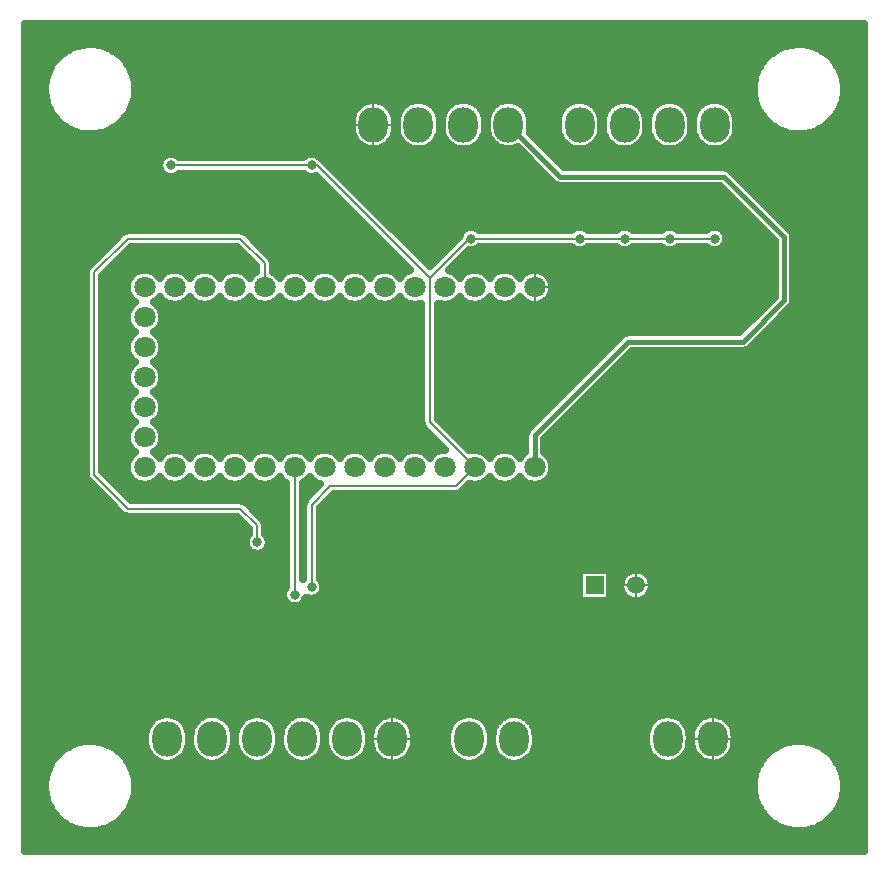
<source format=gbr>
%TF.GenerationSoftware,Novarm,DipTrace,3.3.1.3*%
%TF.CreationDate,2020-07-03T15:38:02+00:00*%
%FSLAX35Y35*%
%MOMM*%
%TF.FileFunction,Copper,L2,Bot*%
%TF.Part,Single*%
%TA.AperFunction,Conductor*%
%ADD15C,0.4*%
%TA.AperFunction,ViaPad*%
%ADD16C,0.8*%
%TA.AperFunction,Conductor*%
%ADD17C,0.2*%
%TA.AperFunction,CopperBalancing*%
%ADD20C,0.635*%
%TA.AperFunction,ComponentPad*%
%ADD23R,1.5X1.5*%
%ADD24C,1.5*%
%ADD31O,2.5X3.0*%
%ADD34C,1.8*%
%TA.AperFunction,CopperBalancing*%
%ADD63C,0.2*%
G75*
G01*
%LPD*%
X3905250Y3349623D2*
D17*
X3746503Y3190877D1*
X2682880D1*
X2524127Y3032123D1*
Y2333623D1*
X1333500Y5905500D2*
X2571750D1*
X3524250Y4953000D1*
Y3730623D1*
X3905250Y3349623D1*
X3524250Y4953000D2*
X3857623Y5286373D1*
X4794253D1*
X5175250D1*
X5556253D1*
X5937250D1*
X3873500D2*
X3857623D1*
X2524127Y5905500D2*
X2571750D1*
X2381250Y3349623D2*
Y2270123D1*
X2063750Y2714627D2*
Y2857500D1*
X1920873Y3000377D1*
X968373D1*
X682623Y3286127D1*
Y5000620D1*
X968377Y5286373D1*
X1920877D1*
X2127250Y5080000D1*
Y4873623D1*
X4413250Y3349623D2*
D15*
Y3619500D1*
X5207000Y4413250D1*
X6175373D1*
X6524627Y4762500D1*
Y5302250D1*
X6016627Y5810250D1*
X4630750D1*
X4191000Y6250000D1*
D16*
X2063750Y2714627D3*
X2524127Y2333623D3*
X2381250Y2270123D3*
X1333500Y5905500D3*
X4794253Y5286373D3*
X5175250D3*
X5556253D3*
X5937250D3*
X3873500D3*
X2524127Y5905500D3*
X3063873Y2413000D3*
X3190877D3*
Y2301877D3*
X3063873Y2301873D3*
Y2190750D3*
X3190877D3*
X3317875Y2873375D3*
X2936875D3*
X2270127Y1714500D3*
X190500Y5349877D3*
X206373Y4143377D3*
Y2921000D3*
Y1460500D3*
X7096123Y5778500D3*
Y4492627D3*
X7096127Y2127250D3*
Y1031873D3*
X2936875Y1698625D3*
X3317875Y1714500D3*
X5429250Y3968750D3*
X6254750Y2809873D3*
X6080127Y2984500D3*
X3111500Y4333877D3*
X4016373Y4572000D3*
X4794250Y4841873D3*
X5175250D3*
X5572127D3*
X4238627Y2889250D3*
X4762500Y3302000D3*
X4445000Y2635250D3*
X1778000Y4460877D3*
Y3746500D3*
X2936875Y1936750D3*
X3127375D3*
X3317875D3*
X2936875Y2635250D3*
X3127375D3*
X3317875D3*
X104146Y7039083D2*
D20*
X7195899D1*
X104146Y6975917D2*
X7195899D1*
X104146Y6912750D2*
X523659D1*
X776346D2*
X6523607D1*
X6776385D2*
X7195899D1*
X104146Y6849583D2*
X406537D1*
X893468D2*
X6406485D1*
X6893508D2*
X7195899D1*
X104146Y6786417D2*
X343464D1*
X956541D2*
X6343503D1*
X6956489D2*
X7195899D1*
X104146Y6723250D2*
X303086D1*
X996919D2*
X6303125D1*
X6996867D2*
X7195899D1*
X104146Y6660083D2*
X277748D1*
X1022258D2*
X6277787D1*
X7022205D2*
X7195899D1*
X104146Y6596917D2*
X264440D1*
X1035565D2*
X6264479D1*
X7035513D2*
X7195899D1*
X104146Y6533750D2*
X261888D1*
X1038117D2*
X6261927D1*
X7038065D2*
X7195899D1*
X104146Y6470583D2*
X269909D1*
X1030096D2*
X6269948D1*
X7030044D2*
X7195899D1*
X104146Y6407417D2*
X289141D1*
X1010864D2*
X2913503D1*
X3182505D2*
X3294492D1*
X3563495D2*
X3675573D1*
X3944484D2*
X4056563D1*
X4325474D2*
X4659857D1*
X4928768D2*
X5040847D1*
X5309758D2*
X5421836D1*
X5690747D2*
X5802826D1*
X6071737D2*
X6289180D1*
X7010812D2*
X7195899D1*
X104146Y6344250D2*
X321680D1*
X978325D2*
X2870938D1*
X3225070D2*
X3251927D1*
X3606060D2*
X3632915D1*
X3987049D2*
X4013907D1*
X4368130D2*
X4617201D1*
X4971424D2*
X4998190D1*
X5352414D2*
X5379180D1*
X5733403D2*
X5760208D1*
X6114393D2*
X6321719D1*
X6978273D2*
X7195899D1*
X104146Y6281083D2*
X372266D1*
X927739D2*
X2857539D1*
X4381528D2*
X4603802D1*
X6127791D2*
X6372214D1*
X6927778D2*
X7195899D1*
X104146Y6217917D2*
X454662D1*
X845343D2*
X2857539D1*
X4381437D2*
X4603802D1*
X6127791D2*
X6454701D1*
X6845291D2*
X7195899D1*
X104146Y6154750D2*
X2871302D1*
X3224705D2*
X3252292D1*
X3605695D2*
X3633401D1*
X3986685D2*
X4014362D1*
X4404679D2*
X4617657D1*
X4970968D2*
X4998646D1*
X5351958D2*
X5379636D1*
X5732948D2*
X5760677D1*
X6113937D2*
X7195899D1*
X104146Y6091583D2*
X2914597D1*
X3181411D2*
X3295586D1*
X3562401D2*
X3676576D1*
X3943390D2*
X4057565D1*
X4467843D2*
X4660860D1*
X4927765D2*
X5041849D1*
X5308755D2*
X5422839D1*
X5689745D2*
X5803920D1*
X6070734D2*
X7195899D1*
X104146Y6028417D2*
X4294180D1*
X4531008D2*
X7195899D1*
X104146Y5965250D2*
X1247904D1*
X2613117D2*
X4357344D1*
X4594172D2*
X7195899D1*
X104146Y5902083D2*
X1227943D1*
X2679471D2*
X4420508D1*
X4657336D2*
X7195899D1*
X104146Y5838917D2*
X1253555D1*
X2742635D2*
X4483672D1*
X6106372D2*
X7195899D1*
X104146Y5775750D2*
X2597227D1*
X2805799D2*
X4546836D1*
X6169536D2*
X7195899D1*
X104146Y5712583D2*
X2660391D1*
X2868963D2*
X5995873D1*
X6232700D2*
X7195899D1*
X104146Y5649417D2*
X2723555D1*
X2932127D2*
X6059037D1*
X6295864D2*
X7195899D1*
X104146Y5586250D2*
X2786719D1*
X2995291D2*
X6122201D1*
X6359028D2*
X7195899D1*
X104146Y5523083D2*
X2849883D1*
X3058455D2*
X6185365D1*
X6422192D2*
X7195899D1*
X104146Y5459917D2*
X2913047D1*
X3121620D2*
X6248529D1*
X6485357D2*
X7195899D1*
X104146Y5396750D2*
X2976211D1*
X3184784D2*
X6311693D1*
X6548521D2*
X7195899D1*
X104146Y5333583D2*
X911302D1*
X1977922D2*
X3039375D1*
X3247948D2*
X3779844D1*
X6030903D2*
X6374857D1*
X6603755D2*
X7195899D1*
X104146Y5270417D2*
X848138D1*
X2041086D2*
X3102539D1*
X3311112D2*
X3737370D1*
X6041567D2*
X6438021D1*
X6610226D2*
X7195899D1*
X104146Y5207250D2*
X784974D1*
X993547D2*
X1895677D1*
X2104250D2*
X3165703D1*
X3374276D2*
X3674206D1*
X3939745D2*
X4727943D1*
X4860500D2*
X5109024D1*
X5241489D2*
X5490013D1*
X5622479D2*
X5871003D1*
X6003560D2*
X6439024D1*
X6610226D2*
X7195899D1*
X104146Y5144083D2*
X721810D1*
X930383D2*
X1958841D1*
X2167414D2*
X3228867D1*
X3437440D2*
X3611042D1*
X3819614D2*
X6439024D1*
X6610226D2*
X7195899D1*
X104146Y5080917D2*
X658646D1*
X867218D2*
X2022005D1*
X2202870D2*
X3292032D1*
X3500604D2*
X3547878D1*
X3756450D2*
X6439024D1*
X6610226D2*
X7195899D1*
X104146Y5017750D2*
X609154D1*
X804054D2*
X1066159D1*
X1156333D2*
X1320091D1*
X1410357D2*
X1574115D1*
X1664380D2*
X1828138D1*
X1918403D2*
X2051628D1*
X2202870D2*
X2336094D1*
X2426359D2*
X2590117D1*
X2680383D2*
X2844141D1*
X2934406D2*
X3098164D1*
X3188338D2*
X3352097D1*
X3696385D2*
X3860143D1*
X3950409D2*
X4114167D1*
X4204341D2*
X4368099D1*
X4458364D2*
X6439024D1*
X6610226D2*
X7195899D1*
X104146Y4954583D2*
X607058D1*
X758208D2*
X979479D1*
X4544953D2*
X6439024D1*
X6610226D2*
X7195899D1*
X104146Y4891417D2*
X607058D1*
X758208D2*
X956693D1*
X4567830D2*
X6439024D1*
X6610226D2*
X7195899D1*
X104146Y4828250D2*
X607058D1*
X758208D2*
X962709D1*
X4561815D2*
X6439024D1*
X6610226D2*
X7195899D1*
X104146Y4765083D2*
X607058D1*
X758208D2*
X1002448D1*
X1220044D2*
X1256472D1*
X1474067D2*
X1510495D1*
X1728000D2*
X1764427D1*
X1982023D2*
X2018451D1*
X2236047D2*
X2272474D1*
X2490070D2*
X2526498D1*
X2744002D2*
X2780430D1*
X2998026D2*
X3034453D1*
X3252049D2*
X3288477D1*
X3760005D2*
X3796433D1*
X4014028D2*
X4050456D1*
X4268052D2*
X4304479D1*
X4522075D2*
X6408763D1*
X6610226D2*
X7195899D1*
X104146Y4701917D2*
X607058D1*
X758208D2*
X980391D1*
X1242101D2*
X3448620D1*
X3599862D2*
X6345599D1*
X6582427D2*
X7195899D1*
X104146Y4638750D2*
X607058D1*
X758208D2*
X956875D1*
X1265617D2*
X3448620D1*
X3599862D2*
X6282435D1*
X6519263D2*
X7195899D1*
X104146Y4575583D2*
X607058D1*
X758208D2*
X962253D1*
X1260239D2*
X3448620D1*
X3599862D2*
X6219271D1*
X6456099D2*
X7195899D1*
X104146Y4512417D2*
X607058D1*
X758208D2*
X1001081D1*
X1221411D2*
X3448620D1*
X3599862D2*
X6156107D1*
X6392935D2*
X7195899D1*
X104146Y4449250D2*
X607058D1*
X758208D2*
X981302D1*
X1241190D2*
X3448620D1*
X3599862D2*
X5124610D1*
X6329771D2*
X7195899D1*
X104146Y4386083D2*
X607058D1*
X758208D2*
X957058D1*
X1265435D2*
X3448620D1*
X3599862D2*
X5061446D1*
X6266607D2*
X7195899D1*
X104146Y4322917D2*
X607058D1*
X758208D2*
X961888D1*
X1260604D2*
X3448620D1*
X3599862D2*
X4998282D1*
X5235109D2*
X7195899D1*
X104146Y4259750D2*
X607058D1*
X758208D2*
X999714D1*
X1222778D2*
X3448620D1*
X3599862D2*
X4935117D1*
X5171945D2*
X7195899D1*
X104146Y4196583D2*
X607058D1*
X758208D2*
X982214D1*
X1240278D2*
X3448620D1*
X3599862D2*
X4871862D1*
X5108781D2*
X7195899D1*
X104146Y4133417D2*
X607058D1*
X758208D2*
X957240D1*
X1265252D2*
X3448620D1*
X3599862D2*
X4808698D1*
X5045617D2*
X7195899D1*
X104146Y4070250D2*
X607058D1*
X758208D2*
X961524D1*
X1260968D2*
X3448620D1*
X3599862D2*
X4745534D1*
X4982453D2*
X7195899D1*
X104146Y4007083D2*
X607058D1*
X758208D2*
X998347D1*
X1224146D2*
X3448620D1*
X3599862D2*
X4682370D1*
X4919289D2*
X7195899D1*
X104146Y3943917D2*
X607058D1*
X758208D2*
X983125D1*
X1239367D2*
X3448620D1*
X3599862D2*
X4619206D1*
X4856125D2*
X7195899D1*
X104146Y3880750D2*
X607058D1*
X758208D2*
X957422D1*
X1265070D2*
X3448620D1*
X3599862D2*
X4556042D1*
X4792961D2*
X7195899D1*
X104146Y3817583D2*
X607058D1*
X758208D2*
X961159D1*
X1261424D2*
X3448620D1*
X3599862D2*
X4492878D1*
X4729797D2*
X7195899D1*
X104146Y3754417D2*
X607058D1*
X758208D2*
X997071D1*
X1225422D2*
X3448620D1*
X3604784D2*
X4429714D1*
X4666633D2*
X7195899D1*
X104146Y3691250D2*
X607058D1*
X758208D2*
X984037D1*
X1238455D2*
X3460925D1*
X3667948D2*
X4366550D1*
X4603468D2*
X7195899D1*
X104146Y3628083D2*
X607058D1*
X758208D2*
X957696D1*
X1264797D2*
X3522539D1*
X3731112D2*
X4328086D1*
X4540304D2*
X7195899D1*
X104146Y3564917D2*
X607058D1*
X758208D2*
X960795D1*
X1261789D2*
X3585703D1*
X3794276D2*
X4327630D1*
X4498833D2*
X7195899D1*
X104146Y3501750D2*
X607058D1*
X758208D2*
X995795D1*
X1226698D2*
X3648867D1*
X3857440D2*
X4327630D1*
X4498833D2*
X7195899D1*
X104146Y3438583D2*
X607058D1*
X758208D2*
X985039D1*
X4539484D2*
X7195899D1*
X104146Y3375417D2*
X607058D1*
X758208D2*
X957878D1*
X4566646D2*
X7195899D1*
X104146Y3312250D2*
X607058D1*
X760760D2*
X960430D1*
X4564093D2*
X7195899D1*
X104146Y3249083D2*
X617722D1*
X823924D2*
X994610D1*
X1227883D2*
X1248602D1*
X1481906D2*
X1502551D1*
X1735929D2*
X1756589D1*
X1989862D2*
X2010612D1*
X2243885D2*
X2264636D1*
X2497909D2*
X2518568D1*
X4021867D2*
X4042617D1*
X4275890D2*
X4296550D1*
X4529914D2*
X7195899D1*
X104146Y3185917D2*
X678516D1*
X887088D2*
X2305651D1*
X2456893D2*
X2573620D1*
X3845864D2*
X7195899D1*
X104146Y3122750D2*
X741680D1*
X950252D2*
X2305651D1*
X2456893D2*
X2510456D1*
X3765291D2*
X7195899D1*
X104146Y3059583D2*
X804844D1*
X1963156D2*
X2305651D1*
X2655864D2*
X7195899D1*
X104146Y2996417D2*
X868008D1*
X2029146D2*
X2305651D1*
X2599718D2*
X7195899D1*
X104146Y2933250D2*
X945026D1*
X2092310D2*
X2305651D1*
X2599718D2*
X7195899D1*
X104146Y2870083D2*
X1946901D1*
X2138156D2*
X2305651D1*
X2599718D2*
X7195899D1*
X104146Y2806917D2*
X1988190D1*
X2139341D2*
X2305651D1*
X2599718D2*
X7195899D1*
X104146Y2743750D2*
X1962487D1*
X2164953D2*
X2305651D1*
X2599718D2*
X7195899D1*
X104146Y2680583D2*
X1964128D1*
X2163312D2*
X2305651D1*
X2599718D2*
X7195899D1*
X104146Y2617417D2*
X2037409D1*
X2090122D2*
X2305651D1*
X2599718D2*
X7195899D1*
X104146Y2554250D2*
X2305651D1*
X2599718D2*
X7195899D1*
X104146Y2491083D2*
X2305651D1*
X2599718D2*
X7195899D1*
X104146Y2427917D2*
X2305651D1*
X2599718D2*
X4780625D1*
X5061841D2*
X5155964D1*
X5386593D2*
X7195899D1*
X104146Y2364750D2*
X2305651D1*
X2624692D2*
X4780625D1*
X5061841D2*
X5131537D1*
X5411021D2*
X7195899D1*
X104146Y2301583D2*
X2280768D1*
X2624419D2*
X4780625D1*
X5061841D2*
X5139466D1*
X5403000D2*
X7195899D1*
X104146Y2238417D2*
X2280860D1*
X2558521D2*
X4780625D1*
X5061841D2*
X5189505D1*
X5352961D2*
X7195899D1*
X104146Y2175250D2*
X2345755D1*
X2416789D2*
X7195899D1*
X104146Y2112083D2*
X7195899D1*
X104146Y2048917D2*
X7195899D1*
X104146Y1985750D2*
X7195899D1*
X104146Y1922583D2*
X7195899D1*
X104146Y1859417D2*
X7195899D1*
X104146Y1796250D2*
X7195899D1*
X104146Y1733083D2*
X7195899D1*
X104146Y1669917D2*
X7195899D1*
X104146Y1606750D2*
X7195899D1*
X104146Y1543583D2*
X7195899D1*
X104146Y1480417D2*
X7195899D1*
X104146Y1417250D2*
X7195899D1*
X104146Y1354083D2*
X7195899D1*
X104146Y1290917D2*
X7195899D1*
X104146Y1227750D2*
X1192305D1*
X1411086D2*
X1573295D1*
X1792075D2*
X1954284D1*
X2173065D2*
X2335274D1*
X2554054D2*
X2716354D1*
X2935044D2*
X3097344D1*
X3316125D2*
X3748216D1*
X3966997D2*
X4129206D1*
X4347987D2*
X5431042D1*
X5649823D2*
X5812032D1*
X6030812D2*
X7195899D1*
X104146Y1164583D2*
X1134336D1*
X1469054D2*
X1515326D1*
X1850044D2*
X1896315D1*
X2231034D2*
X2277305D1*
X2612023D2*
X2658386D1*
X2993013D2*
X3039375D1*
X3374093D2*
X3690248D1*
X4024966D2*
X4071237D1*
X4405955D2*
X5373073D1*
X5707791D2*
X5754063D1*
X6088781D2*
X7195899D1*
X104146Y1101417D2*
X1113008D1*
X3395422D2*
X3668920D1*
X4427284D2*
X5351745D1*
X6110109D2*
X7195899D1*
X104146Y1038250D2*
X1111094D1*
X3397336D2*
X3667005D1*
X4429198D2*
X5349831D1*
X6112023D2*
X7195899D1*
X104146Y975083D2*
X442904D1*
X857101D2*
X1118021D1*
X3390409D2*
X3673933D1*
X4422271D2*
X5356667D1*
X6105096D2*
X6442852D1*
X6857140D2*
X7195899D1*
X104146Y911917D2*
X365430D1*
X934575D2*
X1149922D1*
X1453560D2*
X1530912D1*
X1834549D2*
X1911901D1*
X2215539D2*
X2292891D1*
X2596528D2*
X2673880D1*
X2977518D2*
X3054870D1*
X3358508D2*
X3705742D1*
X4009380D2*
X4086823D1*
X4390461D2*
X5388568D1*
X5692205D2*
X5769558D1*
X6073195D2*
X6365469D1*
X6934523D2*
X7195899D1*
X104146Y848750D2*
X317305D1*
X982700D2*
X1241615D1*
X1361776D2*
X1622604D1*
X1742765D2*
X2003685D1*
X2123755D2*
X2384675D1*
X2504745D2*
X2765664D1*
X2885734D2*
X3146654D1*
X3266724D2*
X3797526D1*
X3917687D2*
X4178516D1*
X4298677D2*
X5480352D1*
X5600422D2*
X5861341D1*
X5981411D2*
X6317344D1*
X6982648D2*
X7195899D1*
X104146Y785583D2*
X286407D1*
X1013599D2*
X6286446D1*
X7013547D2*
X7195899D1*
X104146Y722417D2*
X268451D1*
X1031463D2*
X6268490D1*
X7031502D2*
X7195899D1*
X104146Y659250D2*
X261706D1*
X1038299D2*
X6261654D1*
X7038338D2*
X7195899D1*
X104146Y596083D2*
X265352D1*
X1034653D2*
X6265391D1*
X7034601D2*
X7195899D1*
X104146Y532917D2*
X279935D1*
X1020070D2*
X6279974D1*
X7020018D2*
X7195899D1*
X104146Y469750D2*
X306732D1*
X993273D2*
X6306771D1*
X6993221D2*
X7195899D1*
X104146Y406583D2*
X349115D1*
X950890D2*
X6349154D1*
X6950838D2*
X7195899D1*
X104146Y343417D2*
X415651D1*
X884354D2*
X6415599D1*
X6884393D2*
X7195899D1*
X104146Y280250D2*
X547357D1*
X752648D2*
X6547396D1*
X6752687D2*
X7195899D1*
X104146Y217083D2*
X7195899D1*
X104146Y153917D2*
X7195899D1*
X4810333Y2483750D2*
X5055500D1*
Y2215250D1*
X4787000D1*
Y2483750D1*
X4810333D1*
X5405419Y2344834D2*
X5403477Y2326284D1*
X5398984Y2308182D1*
X5392024Y2290877D1*
X5382734Y2274704D1*
X5371291Y2259975D1*
X5357918Y2246973D1*
X5342872Y2235951D1*
X5326443Y2227120D1*
X5308949Y2220652D1*
X5290727Y2216670D1*
X5272129Y2215253D1*
X5253515Y2216427D1*
X5235242Y2220169D1*
X5217665Y2226408D1*
X5201122Y2235022D1*
X5185933Y2245847D1*
X5172390Y2258672D1*
X5160756Y2273250D1*
X5151254Y2289300D1*
X5144069Y2306512D1*
X5139338Y2324554D1*
X5137154Y2343077D1*
X5137558Y2361724D1*
X5140542Y2380136D1*
X5146050Y2397956D1*
X5153974Y2414840D1*
X5164161Y2430464D1*
X5176416Y2444524D1*
X5190502Y2456751D1*
X5206145Y2466907D1*
X5223046Y2474797D1*
X5240877Y2480269D1*
X5259294Y2483217D1*
X5277942Y2483583D1*
X5296461Y2481362D1*
X5314493Y2476595D1*
X5331691Y2469375D1*
X5347722Y2459841D1*
X5362277Y2448177D1*
X5375074Y2434609D1*
X5385868Y2419398D1*
X5394450Y2402838D1*
X5400653Y2385248D1*
X5404359Y2366968D1*
X5405500Y2349500D1*
X5405419Y2344834D1*
X1031371Y626681D2*
X1029237Y603449D1*
X1025689Y580391D1*
X1020740Y557592D1*
X1014410Y535138D1*
X1006720Y513112D1*
X997701Y491596D1*
X987385Y470671D1*
X975812Y450414D1*
X963023Y430902D1*
X949068Y412206D1*
X933998Y394397D1*
X917869Y377541D1*
X900741Y361701D1*
X882679Y346935D1*
X863749Y333299D1*
X844022Y320845D1*
X823571Y309617D1*
X802474Y299658D1*
X780808Y291006D1*
X758655Y283692D1*
X736096Y277743D1*
X713216Y273183D1*
X690101Y270027D1*
X666836Y268288D1*
X643509Y267972D1*
X620205Y269080D1*
X597013Y271609D1*
X574018Y275548D1*
X551307Y280883D1*
X528963Y287594D1*
X507071Y295657D1*
X485712Y305041D1*
X464965Y315710D1*
X444908Y327626D1*
X425615Y340744D1*
X407160Y355015D1*
X389609Y370386D1*
X373029Y386799D1*
X357482Y404193D1*
X343026Y422504D1*
X329714Y441663D1*
X317596Y461598D1*
X306717Y482236D1*
X297118Y503500D1*
X288835Y525310D1*
X281899Y547584D1*
X276334Y570241D1*
X272163Y593195D1*
X269400Y616360D1*
X268057Y639651D1*
X268137Y662981D1*
X269641Y686262D1*
X272563Y709408D1*
X276893Y732332D1*
X282613Y754950D1*
X289703Y777176D1*
X298136Y798928D1*
X307881Y820125D1*
X318902Y840688D1*
X331157Y860539D1*
X344601Y879606D1*
X359183Y897817D1*
X374850Y915104D1*
X391542Y931402D1*
X409198Y946651D1*
X427752Y960795D1*
X447134Y973779D1*
X467273Y985557D1*
X488093Y996083D1*
X509516Y1005320D1*
X531464Y1013231D1*
X553853Y1019788D1*
X576600Y1024967D1*
X599622Y1028748D1*
X622831Y1031116D1*
X646141Y1032064D1*
X669466Y1031587D1*
X692719Y1029688D1*
X715812Y1026373D1*
X738659Y1021655D1*
X761176Y1015551D1*
X783279Y1008084D1*
X804885Y999283D1*
X825913Y989179D1*
X846285Y977811D1*
X865926Y965220D1*
X884762Y951454D1*
X902722Y936565D1*
X919740Y920607D1*
X935753Y903640D1*
X950700Y885727D1*
X964526Y866936D1*
X977179Y847336D1*
X988613Y827000D1*
X998784Y806004D1*
X1007655Y784427D1*
X1015192Y762348D1*
X1021368Y739851D1*
X1026160Y717019D1*
X1029549Y693936D1*
X1031523Y670690D1*
X1032083Y650000D1*
X1031371Y626681D1*
Y6526681D2*
X1029237Y6503449D1*
X1025689Y6480391D1*
X1020740Y6457592D1*
X1014410Y6435138D1*
X1006720Y6413112D1*
X997701Y6391596D1*
X987385Y6370671D1*
X975812Y6350414D1*
X963023Y6330902D1*
X949068Y6312206D1*
X933998Y6294397D1*
X917869Y6277541D1*
X900741Y6261701D1*
X882679Y6246935D1*
X863749Y6233299D1*
X844022Y6220845D1*
X823571Y6209617D1*
X802474Y6199658D1*
X780808Y6191006D1*
X758655Y6183692D1*
X736096Y6177743D1*
X713216Y6173183D1*
X690101Y6170027D1*
X666836Y6168288D1*
X643509Y6167972D1*
X620205Y6169080D1*
X597013Y6171609D1*
X574018Y6175548D1*
X551307Y6180883D1*
X528963Y6187594D1*
X507071Y6195657D1*
X485712Y6205041D1*
X464965Y6215710D1*
X444908Y6227626D1*
X425615Y6240744D1*
X407160Y6255015D1*
X389609Y6270386D1*
X373029Y6286799D1*
X357482Y6304193D1*
X343026Y6322504D1*
X329714Y6341663D1*
X317596Y6361598D1*
X306717Y6382236D1*
X297118Y6403500D1*
X288835Y6425310D1*
X281899Y6447584D1*
X276334Y6470241D1*
X272163Y6493195D1*
X269400Y6516360D1*
X268057Y6539651D1*
X268137Y6562981D1*
X269641Y6586262D1*
X272563Y6609408D1*
X276893Y6632332D1*
X282613Y6654950D1*
X289703Y6677176D1*
X298136Y6698928D1*
X307881Y6720125D1*
X318902Y6740688D1*
X331157Y6760539D1*
X344601Y6779606D1*
X359183Y6797817D1*
X374850Y6815104D1*
X391542Y6831402D1*
X409198Y6846651D1*
X427752Y6860795D1*
X447134Y6873779D1*
X467273Y6885557D1*
X488093Y6896083D1*
X509516Y6905320D1*
X531464Y6913231D1*
X553853Y6919788D1*
X576600Y6924967D1*
X599622Y6928748D1*
X622831Y6931116D1*
X646141Y6932064D1*
X669466Y6931587D1*
X692719Y6929688D1*
X715812Y6926373D1*
X738659Y6921655D1*
X761176Y6915551D1*
X783279Y6908084D1*
X804885Y6899283D1*
X825913Y6889179D1*
X846285Y6877811D1*
X865926Y6865220D1*
X884762Y6851454D1*
X902722Y6836565D1*
X919740Y6820607D1*
X935753Y6803640D1*
X950700Y6785727D1*
X964526Y6766936D1*
X977179Y6747336D1*
X988613Y6727000D1*
X998784Y6706004D1*
X1007655Y6684427D1*
X1015192Y6662348D1*
X1021368Y6639851D1*
X1026160Y6617019D1*
X1029549Y6593936D1*
X1031523Y6570690D1*
X1032083Y6550000D1*
X1031371Y6526681D1*
X7031371Y626681D2*
X7029237Y603449D1*
X7025689Y580391D1*
X7020740Y557592D1*
X7014410Y535138D1*
X7006720Y513112D1*
X6997701Y491596D1*
X6987385Y470671D1*
X6975812Y450414D1*
X6963023Y430902D1*
X6949068Y412206D1*
X6933998Y394397D1*
X6917869Y377541D1*
X6900741Y361701D1*
X6882679Y346935D1*
X6863749Y333299D1*
X6844022Y320845D1*
X6823571Y309617D1*
X6802474Y299658D1*
X6780808Y291006D1*
X6758655Y283692D1*
X6736096Y277743D1*
X6713216Y273183D1*
X6690101Y270027D1*
X6666836Y268288D1*
X6643509Y267972D1*
X6620205Y269080D1*
X6597013Y271609D1*
X6574018Y275548D1*
X6551307Y280883D1*
X6528963Y287594D1*
X6507071Y295657D1*
X6485712Y305041D1*
X6464965Y315710D1*
X6444908Y327626D1*
X6425615Y340744D1*
X6407160Y355015D1*
X6389609Y370386D1*
X6373029Y386799D1*
X6357482Y404193D1*
X6343026Y422504D1*
X6329714Y441663D1*
X6317596Y461598D1*
X6306717Y482236D1*
X6297118Y503500D1*
X6288835Y525310D1*
X6281899Y547584D1*
X6276334Y570241D1*
X6272163Y593195D1*
X6269400Y616360D1*
X6268057Y639651D1*
X6268137Y662981D1*
X6269641Y686262D1*
X6272563Y709408D1*
X6276893Y732332D1*
X6282613Y754950D1*
X6289703Y777176D1*
X6298136Y798928D1*
X6307881Y820125D1*
X6318902Y840688D1*
X6331157Y860539D1*
X6344601Y879606D1*
X6359183Y897817D1*
X6374850Y915104D1*
X6391542Y931402D1*
X6409198Y946651D1*
X6427752Y960795D1*
X6447134Y973779D1*
X6467273Y985557D1*
X6488093Y996083D1*
X6509516Y1005320D1*
X6531464Y1013231D1*
X6553853Y1019788D1*
X6576600Y1024967D1*
X6599622Y1028748D1*
X6622831Y1031116D1*
X6646141Y1032064D1*
X6669466Y1031587D1*
X6692719Y1029688D1*
X6715812Y1026373D1*
X6738659Y1021655D1*
X6761176Y1015551D1*
X6783279Y1008084D1*
X6804885Y999283D1*
X6825913Y989179D1*
X6846285Y977811D1*
X6865926Y965220D1*
X6884762Y951454D1*
X6902722Y936565D1*
X6919740Y920607D1*
X6935753Y903640D1*
X6950700Y885727D1*
X6964526Y866936D1*
X6977179Y847336D1*
X6988613Y827000D1*
X6998784Y806004D1*
X7007655Y784427D1*
X7015192Y762348D1*
X7021368Y739851D1*
X7026160Y717019D1*
X7029549Y693936D1*
X7031523Y670690D1*
X7032083Y650000D1*
X7031371Y626681D1*
Y6526681D2*
X7029237Y6503449D1*
X7025689Y6480391D1*
X7020740Y6457592D1*
X7014410Y6435138D1*
X7006720Y6413112D1*
X6997701Y6391596D1*
X6987385Y6370671D1*
X6975812Y6350414D1*
X6963023Y6330902D1*
X6949068Y6312206D1*
X6933998Y6294397D1*
X6917869Y6277541D1*
X6900741Y6261701D1*
X6882679Y6246935D1*
X6863749Y6233299D1*
X6844022Y6220845D1*
X6823571Y6209617D1*
X6802474Y6199658D1*
X6780808Y6191006D1*
X6758655Y6183692D1*
X6736096Y6177743D1*
X6713216Y6173183D1*
X6690101Y6170027D1*
X6666836Y6168288D1*
X6643509Y6167972D1*
X6620205Y6169080D1*
X6597013Y6171609D1*
X6574018Y6175548D1*
X6551307Y6180883D1*
X6528963Y6187594D1*
X6507071Y6195657D1*
X6485712Y6205041D1*
X6464965Y6215710D1*
X6444908Y6227626D1*
X6425615Y6240744D1*
X6407160Y6255015D1*
X6389609Y6270386D1*
X6373029Y6286799D1*
X6357482Y6304193D1*
X6343026Y6322504D1*
X6329714Y6341663D1*
X6317596Y6361598D1*
X6306717Y6382236D1*
X6297118Y6403500D1*
X6288835Y6425310D1*
X6281899Y6447584D1*
X6276334Y6470241D1*
X6272163Y6493195D1*
X6269400Y6516360D1*
X6268057Y6539651D1*
X6268137Y6562981D1*
X6269641Y6586262D1*
X6272563Y6609408D1*
X6276893Y6632332D1*
X6282613Y6654950D1*
X6289703Y6677176D1*
X6298136Y6698928D1*
X6307881Y6720125D1*
X6318902Y6740688D1*
X6331157Y6760539D1*
X6344601Y6779606D1*
X6359183Y6797817D1*
X6374850Y6815104D1*
X6391542Y6831402D1*
X6409198Y6846651D1*
X6427752Y6860795D1*
X6447134Y6873779D1*
X6467273Y6885557D1*
X6488093Y6896083D1*
X6509516Y6905320D1*
X6531464Y6913231D1*
X6553853Y6919788D1*
X6576600Y6924967D1*
X6599622Y6928748D1*
X6622831Y6931116D1*
X6646141Y6932064D1*
X6669466Y6931587D1*
X6692719Y6929688D1*
X6715812Y6926373D1*
X6738659Y6921655D1*
X6761176Y6915551D1*
X6783279Y6908084D1*
X6804885Y6899283D1*
X6825913Y6889179D1*
X6846285Y6877811D1*
X6865926Y6865220D1*
X6884762Y6851454D1*
X6902722Y6836565D1*
X6919740Y6820607D1*
X6935753Y6803640D1*
X6950700Y6785727D1*
X6964526Y6766936D1*
X6977179Y6747336D1*
X6988613Y6727000D1*
X6998784Y6706004D1*
X7007655Y6684427D1*
X7015192Y6662348D1*
X7021368Y6639851D1*
X7026160Y6617019D1*
X7029549Y6593936D1*
X7031523Y6570690D1*
X7032083Y6550000D1*
X7031371Y6526681D1*
X5737150Y1074810D2*
X5738077Y1093464D1*
X5740885Y1111910D1*
X5745544Y1129978D1*
X5752006Y1147482D1*
X5760205Y1164242D1*
X5770057Y1180088D1*
X5781462Y1194856D1*
X5794301Y1208394D1*
X5808444Y1220565D1*
X5823746Y1231242D1*
X5840048Y1240318D1*
X5857186Y1247698D1*
X5874981Y1253307D1*
X5893253Y1257087D1*
X5911813Y1259000D1*
X5930472Y1259027D1*
X5949038Y1257165D1*
X5967320Y1253436D1*
X5985131Y1247877D1*
X6002289Y1240545D1*
X6018617Y1231515D1*
X6033948Y1220880D1*
X6048125Y1208749D1*
X6061002Y1195246D1*
X6072448Y1180511D1*
X6082345Y1164693D1*
X6090591Y1147955D1*
X6097102Y1130470D1*
X6101811Y1112415D1*
X6104670Y1093977D1*
X6105650Y1070333D1*
X6105118Y1011013D1*
X6102762Y992504D1*
X6098545Y974328D1*
X6092512Y956672D1*
X6084724Y939716D1*
X6075261Y923635D1*
X6064220Y908594D1*
X6051715Y894746D1*
X6037873Y882234D1*
X6022837Y871186D1*
X6006760Y861716D1*
X5989808Y853920D1*
X5972154Y847878D1*
X5953980Y843653D1*
X5935472Y841288D1*
X5916820Y840807D1*
X5898214Y842215D1*
X5879846Y845497D1*
X5861905Y850620D1*
X5844573Y857531D1*
X5828030Y866160D1*
X5812444Y876418D1*
X5797975Y888200D1*
X5784772Y901384D1*
X5772971Y915836D1*
X5762691Y931408D1*
X5754039Y947939D1*
X5747103Y965261D1*
X5741955Y983195D1*
X5738647Y1001559D1*
X5737214Y1020162D1*
X5737150Y1074831D1*
X5724650Y1075000D1*
X5724082Y1010544D1*
X5719559Y981988D1*
X5710625Y954491D1*
X5697499Y928730D1*
X5680505Y905339D1*
X5660061Y884895D1*
X5636670Y867901D1*
X5610909Y854775D1*
X5583412Y845841D1*
X5554856Y841318D1*
X5525944D1*
X5497388Y845841D1*
X5469891Y854775D1*
X5444130Y867901D1*
X5420739Y884895D1*
X5400295Y905339D1*
X5383301Y928730D1*
X5370175Y954491D1*
X5361241Y981988D1*
X5356718Y1010544D1*
X5356150Y1071667D1*
X5356718Y1089456D1*
X5361241Y1118012D1*
X5370175Y1145509D1*
X5383301Y1171270D1*
X5400295Y1194661D1*
X5420739Y1215105D1*
X5444130Y1232099D1*
X5469891Y1245225D1*
X5497388Y1254159D1*
X5525944Y1258682D1*
X5554856D1*
X5583412Y1254159D1*
X5610909Y1245225D1*
X5636670Y1232099D1*
X5660061Y1215105D1*
X5680505Y1194661D1*
X5697499Y1171270D1*
X5710625Y1145509D1*
X5719559Y1118012D1*
X5724082Y1089456D1*
X5724648Y1074944D1*
X2863750Y6274810D2*
X2864677Y6293464D1*
X2867485Y6311910D1*
X2872144Y6329978D1*
X2878606Y6347482D1*
X2886805Y6364242D1*
X2896657Y6380088D1*
X2908062Y6394856D1*
X2920901Y6408394D1*
X2935044Y6420565D1*
X2950346Y6431242D1*
X2966648Y6440318D1*
X2983786Y6447698D1*
X3001581Y6453307D1*
X3019853Y6457087D1*
X3038413Y6459000D1*
X3057072Y6459027D1*
X3075638Y6457165D1*
X3093920Y6453436D1*
X3111731Y6447877D1*
X3128889Y6440545D1*
X3145217Y6431515D1*
X3160548Y6420880D1*
X3174725Y6408749D1*
X3187602Y6395246D1*
X3199048Y6380511D1*
X3208945Y6364693D1*
X3217191Y6347955D1*
X3223702Y6330470D1*
X3228411Y6312415D1*
X3231270Y6293977D1*
X3232250Y6270333D1*
X3231718Y6211013D1*
X3229362Y6192504D1*
X3225145Y6174328D1*
X3219112Y6156672D1*
X3211324Y6139716D1*
X3201861Y6123635D1*
X3190820Y6108594D1*
X3178315Y6094746D1*
X3164473Y6082234D1*
X3149437Y6071186D1*
X3133360Y6061716D1*
X3116408Y6053920D1*
X3098754Y6047878D1*
X3080580Y6043653D1*
X3062072Y6041288D1*
X3043420Y6040807D1*
X3024814Y6042215D1*
X3006446Y6045497D1*
X2988505Y6050620D1*
X2971173Y6057531D1*
X2954630Y6066160D1*
X2939044Y6076418D1*
X2924575Y6088200D1*
X2911372Y6101384D1*
X2899571Y6115836D1*
X2889291Y6131408D1*
X2880639Y6147939D1*
X2873703Y6165261D1*
X2868555Y6183195D1*
X2865247Y6201559D1*
X2863814Y6220162D1*
X2863750Y6274752D1*
X3244752Y6274944D2*
X3247018Y6303823D1*
X3253768Y6331936D1*
X3264832Y6358648D1*
X3279939Y6383299D1*
X3298716Y6405284D1*
X3320701Y6424061D1*
X3345352Y6439168D1*
X3372064Y6450232D1*
X3400177Y6456982D1*
X3429000Y6459250D1*
X3457823Y6456982D1*
X3485936Y6450232D1*
X3512648Y6439168D1*
X3537299Y6424061D1*
X3559284Y6405284D1*
X3578061Y6383299D1*
X3593168Y6358648D1*
X3604232Y6331936D1*
X3610982Y6303823D1*
X3613250Y6275000D1*
X3612682Y6210544D1*
X3608159Y6181988D1*
X3599225Y6154491D1*
X3586099Y6128730D1*
X3569105Y6105339D1*
X3548661Y6084895D1*
X3525270Y6067901D1*
X3499509Y6054775D1*
X3472012Y6045841D1*
X3443456Y6041318D1*
X3414544D1*
X3385988Y6045841D1*
X3358491Y6054775D1*
X3332730Y6067901D1*
X3309339Y6084895D1*
X3288895Y6105339D1*
X3271901Y6128730D1*
X3258775Y6154491D1*
X3249841Y6181988D1*
X3245318Y6210544D1*
X3244750Y6271666D1*
Y6274726D1*
X3625752Y6274944D2*
X3628018Y6303823D1*
X3634768Y6331936D1*
X3645832Y6358648D1*
X3660939Y6383299D1*
X3679716Y6405284D1*
X3701701Y6424061D1*
X3726352Y6439168D1*
X3753064Y6450232D1*
X3781177Y6456982D1*
X3810000Y6459250D1*
X3838823Y6456982D1*
X3866936Y6450232D1*
X3893648Y6439168D1*
X3918299Y6424061D1*
X3940284Y6405284D1*
X3959061Y6383299D1*
X3974168Y6358648D1*
X3985232Y6331936D1*
X3991982Y6303823D1*
X3994250Y6275000D1*
X3993682Y6210544D1*
X3989159Y6181988D1*
X3980225Y6154491D1*
X3967099Y6128730D1*
X3950105Y6105339D1*
X3929661Y6084895D1*
X3906270Y6067901D1*
X3880509Y6054775D1*
X3853012Y6045841D1*
X3824456Y6041318D1*
X3795544D1*
X3766988Y6045841D1*
X3739491Y6054775D1*
X3713730Y6067901D1*
X3690339Y6084895D1*
X3669895Y6105339D1*
X3652901Y6128730D1*
X3639775Y6154491D1*
X3630841Y6181988D1*
X3626318Y6210544D1*
X3625750Y6271666D1*
Y6274700D1*
X4006752Y6274944D2*
X4009018Y6303823D1*
X4015768Y6331936D1*
X4026832Y6358648D1*
X4041939Y6383299D1*
X4060716Y6405284D1*
X4082701Y6424061D1*
X4107352Y6439168D1*
X4134064Y6450232D1*
X4162177Y6456982D1*
X4191000Y6459250D1*
X4219823Y6456982D1*
X4247936Y6450232D1*
X4274648Y6439168D1*
X4299299Y6424061D1*
X4321284Y6405284D1*
X4340061Y6383299D1*
X4355168Y6358648D1*
X4366232Y6331936D1*
X4372982Y6303823D1*
X4375250Y6275000D1*
X4374682Y6210544D1*
X4370302Y6182708D1*
X4663578Y5889499D1*
X6022845Y5889256D1*
X6035127Y5887310D1*
X6046954Y5883468D1*
X6058035Y5877822D1*
X6068096Y5870512D1*
X6204658Y5734295D1*
X6584889Y5353719D1*
X6592199Y5343658D1*
X6597844Y5332578D1*
X6601687Y5320751D1*
X6603633Y5308468D1*
X6603877Y5115583D1*
X6603633Y4756282D1*
X6601687Y4743999D1*
X6597844Y4732172D1*
X6592199Y4721092D1*
X6584889Y4711031D1*
X6448671Y4574469D1*
X6226842Y4352987D1*
X6216781Y4345678D1*
X6205701Y4340032D1*
X6193874Y4336189D1*
X6181591Y4334244D1*
X5988707Y4334000D1*
X5239761D1*
X4492540Y3586714D1*
X4492500Y3476128D1*
X4510180Y3463114D1*
X4526741Y3446553D1*
X4540507Y3427606D1*
X4551139Y3406739D1*
X4558376Y3384465D1*
X4562040Y3361333D1*
Y3337913D1*
X4558376Y3314782D1*
X4551139Y3292508D1*
X4540507Y3271640D1*
X4526741Y3252693D1*
X4510180Y3236133D1*
X4491233Y3222367D1*
X4470366Y3211734D1*
X4448092Y3204497D1*
X4424960Y3200833D1*
X4401540D1*
X4378408Y3204497D1*
X4356134Y3211734D1*
X4335267Y3222367D1*
X4316320Y3236133D1*
X4299759Y3252693D1*
X4286273Y3271222D1*
X4272741Y3252693D1*
X4256180Y3236133D1*
X4237233Y3222367D1*
X4216366Y3211734D1*
X4194092Y3204497D1*
X4170960Y3200833D1*
X4147540D1*
X4124408Y3204497D1*
X4102134Y3211734D1*
X4081267Y3222367D1*
X4062320Y3236133D1*
X4045759Y3252693D1*
X4032273Y3271222D1*
X4018741Y3252693D1*
X4002180Y3236133D1*
X3983233Y3222367D1*
X3962366Y3211734D1*
X3940092Y3204497D1*
X3916960Y3200833D1*
X3893540D1*
X3870408Y3204497D1*
X3860759Y3207218D1*
X3791478Y3138218D1*
X3782687Y3131831D1*
X3773004Y3126898D1*
X3762670Y3123540D1*
X3751937Y3121840D1*
X3489837Y3121627D1*
X2711542D1*
X2593344Y3003407D1*
X2593377Y2404767D1*
X2604422Y2391961D1*
X2612559Y2378682D1*
X2618519Y2364293D1*
X2622155Y2349149D1*
X2623377Y2333623D1*
X2622155Y2318097D1*
X2618519Y2302953D1*
X2612559Y2288565D1*
X2604422Y2275286D1*
X2594307Y2263443D1*
X2582464Y2253328D1*
X2569185Y2245191D1*
X2554797Y2239231D1*
X2539653Y2235595D1*
X2524127Y2234373D1*
X2508601Y2235595D1*
X2493457Y2239231D1*
X2477554Y2246039D1*
X2472945Y2232142D1*
X2465875Y2218265D1*
X2456720Y2205666D1*
X2445708Y2194653D1*
X2433108Y2185499D1*
X2419231Y2178428D1*
X2404419Y2173616D1*
X2389037Y2171179D1*
X2373463D1*
X2358081Y2173616D1*
X2343269Y2178428D1*
X2329392Y2185499D1*
X2316792Y2194653D1*
X2305780Y2205666D1*
X2296625Y2218265D1*
X2289555Y2232142D1*
X2284742Y2246954D1*
X2282306Y2262336D1*
Y2277910D1*
X2284742Y2293293D1*
X2289555Y2308105D1*
X2296625Y2321981D1*
X2305780Y2334581D1*
X2311986Y2341151D1*
X2312000Y3217402D1*
X2293523Y3228878D1*
X2275714Y3244088D1*
X2260504Y3261896D1*
X2254273Y3271222D1*
X2240741Y3252693D1*
X2224180Y3236133D1*
X2205233Y3222367D1*
X2184366Y3211734D1*
X2162092Y3204497D1*
X2138960Y3200833D1*
X2115540D1*
X2092408Y3204497D1*
X2070134Y3211734D1*
X2049267Y3222367D1*
X2030320Y3236133D1*
X2013759Y3252693D1*
X2000273Y3271222D1*
X1986741Y3252693D1*
X1970180Y3236133D1*
X1951233Y3222367D1*
X1930366Y3211734D1*
X1908092Y3204497D1*
X1884960Y3200833D1*
X1861540D1*
X1838408Y3204497D1*
X1816134Y3211734D1*
X1795267Y3222367D1*
X1776320Y3236133D1*
X1759759Y3252693D1*
X1746273Y3271222D1*
X1732741Y3252693D1*
X1716180Y3236133D1*
X1697233Y3222367D1*
X1676366Y3211734D1*
X1654092Y3204497D1*
X1630960Y3200833D1*
X1607540D1*
X1584408Y3204497D1*
X1562134Y3211734D1*
X1541267Y3222367D1*
X1522320Y3236133D1*
X1505759Y3252693D1*
X1492273Y3271222D1*
X1478741Y3252693D1*
X1462180Y3236133D1*
X1443233Y3222367D1*
X1422366Y3211734D1*
X1400092Y3204497D1*
X1376960Y3200833D1*
X1353540D1*
X1330408Y3204497D1*
X1308134Y3211734D1*
X1287267Y3222367D1*
X1268320Y3236133D1*
X1251759Y3252693D1*
X1238273Y3271222D1*
X1224741Y3252693D1*
X1208180Y3236133D1*
X1189233Y3222367D1*
X1168366Y3211734D1*
X1146092Y3204497D1*
X1122960Y3200833D1*
X1099540D1*
X1076408Y3204497D1*
X1054134Y3211734D1*
X1033267Y3222367D1*
X1014320Y3236133D1*
X997759Y3252693D1*
X983993Y3271640D1*
X973361Y3292508D1*
X966124Y3314782D1*
X962460Y3337913D1*
Y3361333D1*
X966124Y3384465D1*
X973361Y3406739D1*
X983993Y3427606D1*
X997759Y3446553D1*
X1014320Y3463114D1*
X1032848Y3476600D1*
X1014320Y3490133D1*
X997759Y3506693D1*
X983993Y3525640D1*
X973361Y3546508D1*
X966124Y3568782D1*
X962460Y3591913D1*
Y3615333D1*
X966124Y3638465D1*
X973361Y3660739D1*
X983993Y3681606D1*
X997759Y3700553D1*
X1014320Y3717114D1*
X1032848Y3730600D1*
X1014320Y3744133D1*
X997759Y3760693D1*
X983993Y3779640D1*
X973361Y3800508D1*
X966124Y3822782D1*
X962460Y3845913D1*
Y3869333D1*
X966124Y3892465D1*
X973361Y3914739D1*
X983993Y3935606D1*
X997759Y3954553D1*
X1014320Y3971114D1*
X1032848Y3984600D1*
X1014320Y3998133D1*
X997759Y4014693D1*
X983993Y4033640D1*
X973361Y4054508D1*
X966124Y4076782D1*
X962460Y4099913D1*
Y4123333D1*
X966124Y4146465D1*
X973361Y4168739D1*
X983993Y4189606D1*
X997759Y4208553D1*
X1014320Y4225114D1*
X1032848Y4238600D1*
X1014320Y4252133D1*
X997759Y4268693D1*
X983993Y4287640D1*
X973361Y4308508D1*
X966124Y4330782D1*
X962460Y4353913D1*
Y4377333D1*
X966124Y4400465D1*
X973361Y4422739D1*
X983993Y4443606D1*
X997759Y4462553D1*
X1014320Y4479114D1*
X1032848Y4492600D1*
X1014320Y4506133D1*
X997759Y4522693D1*
X983993Y4541640D1*
X973361Y4562508D1*
X966124Y4584782D1*
X962460Y4607913D1*
Y4631333D1*
X966124Y4654465D1*
X973361Y4676739D1*
X983993Y4697606D1*
X997759Y4716553D1*
X1014320Y4733114D1*
X1032848Y4746600D1*
X1014320Y4760133D1*
X997759Y4776693D1*
X983993Y4795640D1*
X973361Y4816508D1*
X966124Y4838782D1*
X962460Y4861913D1*
Y4885333D1*
X966124Y4908465D1*
X973361Y4930739D1*
X983993Y4951606D1*
X997759Y4970553D1*
X1014320Y4987114D1*
X1033267Y5000880D1*
X1054134Y5011512D1*
X1076408Y5018750D1*
X1099540Y5022413D1*
X1122960D1*
X1146092Y5018750D1*
X1168366Y5011512D1*
X1189233Y5000880D1*
X1208180Y4987114D1*
X1224741Y4970553D1*
X1238227Y4952025D1*
X1251759Y4970553D1*
X1268320Y4987114D1*
X1287267Y5000880D1*
X1308134Y5011512D1*
X1330408Y5018750D1*
X1353540Y5022413D1*
X1376960D1*
X1400092Y5018750D1*
X1422366Y5011512D1*
X1443233Y5000880D1*
X1462180Y4987114D1*
X1478741Y4970553D1*
X1492227Y4952025D1*
X1505759Y4970553D1*
X1522320Y4987114D1*
X1541267Y5000880D1*
X1562134Y5011512D1*
X1584408Y5018750D1*
X1607540Y5022413D1*
X1630960D1*
X1654092Y5018750D1*
X1676366Y5011512D1*
X1697233Y5000880D1*
X1716180Y4987114D1*
X1732741Y4970553D1*
X1746227Y4952025D1*
X1759759Y4970553D1*
X1776320Y4987114D1*
X1795267Y5000880D1*
X1816134Y5011512D1*
X1838408Y5018750D1*
X1861540Y5022413D1*
X1884960D1*
X1908092Y5018750D1*
X1930366Y5011512D1*
X1951233Y5000880D1*
X1970180Y4987114D1*
X1986741Y4970553D1*
X2000227Y4952025D1*
X2013759Y4970553D1*
X2030320Y4987114D1*
X2049267Y5000880D1*
X2058014Y5005778D1*
X2058000Y5051267D1*
X1892216Y5217100D1*
X997114Y5217123D1*
X751875Y4971937D1*
X751874Y3314878D1*
X997060Y3069625D1*
X1926307Y3069414D1*
X1937040Y3067714D1*
X1947374Y3064356D1*
X1957057Y3059422D1*
X1965848Y3053035D1*
X2112717Y2906467D1*
X2119775Y2898204D1*
X2125452Y2888939D1*
X2129611Y2878900D1*
X2132148Y2868333D1*
X2132999Y2857479D1*
X2133000Y2785768D1*
X2144045Y2772964D1*
X2152182Y2759685D1*
X2158142Y2745297D1*
X2161778Y2730153D1*
X2163000Y2714627D1*
X2161778Y2699101D1*
X2158142Y2683957D1*
X2152182Y2669568D1*
X2144045Y2656289D1*
X2133930Y2644446D1*
X2122088Y2634332D1*
X2108809Y2626194D1*
X2094420Y2620234D1*
X2079276Y2616599D1*
X2063750Y2615377D1*
X2048224Y2616599D1*
X2033080Y2620234D1*
X2018691Y2626194D1*
X2005412Y2634332D1*
X1993570Y2644446D1*
X1983455Y2656289D1*
X1975318Y2669568D1*
X1969358Y2683957D1*
X1965722Y2699101D1*
X1964500Y2714627D1*
X1965722Y2730153D1*
X1969358Y2745297D1*
X1975318Y2759685D1*
X1983455Y2772964D1*
X1994486Y2785654D1*
X1994500Y2828832D1*
X1892135Y2931181D1*
X962940Y2931340D1*
X952207Y2933040D1*
X941872Y2936398D1*
X932190Y2941331D1*
X923399Y2947718D1*
X737915Y3132900D1*
X629965Y3241152D1*
X623578Y3249943D1*
X618644Y3259626D1*
X615286Y3269960D1*
X613586Y3280693D1*
X613373Y3542793D1*
X613586Y5006053D1*
X615286Y5016786D1*
X618644Y5027121D1*
X623578Y5036803D1*
X629965Y5045595D1*
X815147Y5231078D1*
X923402Y5339032D1*
X932193Y5345419D1*
X941876Y5350352D1*
X952210Y5353710D1*
X962943Y5355410D1*
X1225043Y5355623D1*
X1926310Y5355410D1*
X1937043Y5353710D1*
X1947378Y5350352D1*
X1957060Y5345419D1*
X1965851Y5339031D1*
X2151335Y5153850D1*
X2179908Y5124974D1*
X2186295Y5116183D1*
X2191229Y5106501D1*
X2194587Y5096166D1*
X2196287Y5085433D1*
X2196500Y5005898D1*
X2214977Y4994369D1*
X2232786Y4979159D1*
X2247996Y4961350D1*
X2254227Y4952025D1*
X2267759Y4970553D1*
X2284320Y4987114D1*
X2303267Y5000880D1*
X2324134Y5011512D1*
X2346408Y5018750D1*
X2369540Y5022413D1*
X2392960D1*
X2416092Y5018750D1*
X2438366Y5011512D1*
X2459233Y5000880D1*
X2478180Y4987114D1*
X2494741Y4970553D1*
X2508227Y4952025D1*
X2521759Y4970553D1*
X2538320Y4987114D1*
X2557267Y5000880D1*
X2578134Y5011512D1*
X2600408Y5018750D1*
X2623540Y5022413D1*
X2646960D1*
X2670092Y5018750D1*
X2692366Y5011512D1*
X2713233Y5000880D1*
X2732180Y4987114D1*
X2748741Y4970553D1*
X2762227Y4952025D1*
X2775759Y4970553D1*
X2792320Y4987114D1*
X2811267Y5000880D1*
X2832134Y5011512D1*
X2854408Y5018750D1*
X2877540Y5022413D1*
X2900960D1*
X2924092Y5018750D1*
X2946366Y5011512D1*
X2967233Y5000880D1*
X2986180Y4987114D1*
X3002741Y4970553D1*
X3016227Y4952025D1*
X3029759Y4970553D1*
X3046320Y4987114D1*
X3065267Y5000880D1*
X3086134Y5011512D1*
X3108408Y5018750D1*
X3131540Y5022413D1*
X3154960D1*
X3178092Y5018750D1*
X3200366Y5011512D1*
X3221233Y5000880D1*
X3240180Y4987114D1*
X3256741Y4970553D1*
X3270227Y4952025D1*
X3283759Y4970553D1*
X3300320Y4987114D1*
X3319267Y5000880D1*
X3340134Y5011512D1*
X3360954Y5018339D1*
X2564542Y5814773D1*
X2547296Y5808992D1*
X2531914Y5806556D1*
X2516340D1*
X2500957Y5808992D1*
X2486145Y5813805D1*
X2472269Y5820875D1*
X2459669Y5830030D1*
X2453099Y5836236D1*
X1404628Y5836250D1*
X1391838Y5825205D1*
X1378559Y5817068D1*
X1364170Y5811108D1*
X1349026Y5807472D1*
X1333500Y5806250D1*
X1317974Y5807472D1*
X1302830Y5811108D1*
X1288441Y5817068D1*
X1275162Y5825205D1*
X1263320Y5835320D1*
X1253205Y5847162D1*
X1245068Y5860441D1*
X1239108Y5874830D1*
X1235472Y5889974D1*
X1234250Y5905500D1*
X1235472Y5921026D1*
X1239108Y5936170D1*
X1245068Y5950559D1*
X1253205Y5963838D1*
X1263320Y5975680D1*
X1275162Y5985795D1*
X1288441Y5993932D1*
X1302830Y5999892D1*
X1317974Y6003528D1*
X1333500Y6004750D1*
X1349026Y6003528D1*
X1364170Y5999892D1*
X1378559Y5993932D1*
X1391838Y5985795D1*
X1404528Y5974764D1*
X2453044Y5974750D1*
X2465789Y5985795D1*
X2479068Y5993932D1*
X2493457Y5999892D1*
X2508601Y6003528D1*
X2524127Y6004750D1*
X2539653Y6003528D1*
X2554797Y5999892D1*
X2569185Y5993932D1*
X2582464Y5985795D1*
X2594307Y5975680D1*
X2600897Y5968308D1*
X2612454Y5961525D1*
X2620732Y5954452D1*
X3524239Y5050945D1*
X3775555Y5302239D1*
X3779108Y5317043D1*
X3785068Y5331432D1*
X3793205Y5344711D1*
X3803320Y5356554D1*
X3815162Y5366668D1*
X3828441Y5374806D1*
X3842830Y5380766D1*
X3857974Y5384401D1*
X3873500Y5385623D1*
X3889026Y5384401D1*
X3904170Y5380766D1*
X3918559Y5374806D1*
X3931838Y5366668D1*
X3944528Y5355637D1*
X4723235Y5355623D1*
X4735916Y5366668D1*
X4749195Y5374806D1*
X4763583Y5380766D1*
X4778727Y5384401D1*
X4794253Y5385623D1*
X4809779Y5384401D1*
X4824923Y5380766D1*
X4839312Y5374806D1*
X4852591Y5366668D1*
X4865281Y5355637D1*
X5104240Y5355624D1*
X5116912Y5366668D1*
X5130191Y5374806D1*
X5144580Y5380766D1*
X5159724Y5384401D1*
X5175250Y5385623D1*
X5190776Y5384401D1*
X5205920Y5380766D1*
X5220309Y5374806D1*
X5233588Y5366668D1*
X5246278Y5355637D1*
X5485237Y5355624D1*
X5497916Y5366668D1*
X5511195Y5374806D1*
X5525583Y5380766D1*
X5540727Y5384401D1*
X5556253Y5385623D1*
X5571779Y5384401D1*
X5586923Y5380766D1*
X5601312Y5374806D1*
X5614591Y5366668D1*
X5627281Y5355637D1*
X5866240Y5355624D1*
X5878912Y5366668D1*
X5892191Y5374806D1*
X5906580Y5380766D1*
X5921724Y5384401D1*
X5937250Y5385623D1*
X5952776Y5384401D1*
X5967920Y5380766D1*
X5982309Y5374806D1*
X5995588Y5366668D1*
X6007430Y5356554D1*
X6017545Y5344711D1*
X6025682Y5331432D1*
X6031642Y5317043D1*
X6035278Y5301899D1*
X6036500Y5286373D1*
X6035278Y5270847D1*
X6031642Y5255703D1*
X6025682Y5241315D1*
X6017545Y5228036D1*
X6007430Y5216193D1*
X5995588Y5206078D1*
X5982309Y5197941D1*
X5967920Y5191981D1*
X5952776Y5188345D1*
X5937250Y5187123D1*
X5921724Y5188345D1*
X5906580Y5191981D1*
X5892191Y5197941D1*
X5878912Y5206078D1*
X5866222Y5217110D1*
X5627263Y5217123D1*
X5614591Y5206078D1*
X5601312Y5197941D1*
X5586923Y5191981D1*
X5571779Y5188345D1*
X5556253Y5187123D1*
X5540727Y5188345D1*
X5525583Y5191981D1*
X5511195Y5197941D1*
X5497916Y5206078D1*
X5485226Y5217110D1*
X5246266Y5217123D1*
X5233588Y5206078D1*
X5220309Y5197941D1*
X5205920Y5191981D1*
X5190776Y5188345D1*
X5175250Y5187123D1*
X5159724Y5188345D1*
X5144580Y5191981D1*
X5130191Y5197941D1*
X5116912Y5206078D1*
X5104222Y5217110D1*
X4865263Y5217123D1*
X4852591Y5206078D1*
X4839312Y5197941D1*
X4824923Y5191981D1*
X4809779Y5188345D1*
X4794253Y5187123D1*
X4778727Y5188345D1*
X4763583Y5191981D1*
X4749195Y5197941D1*
X4735916Y5206078D1*
X4723226Y5217110D1*
X3944683Y5217123D1*
X3931838Y5206078D1*
X3918559Y5197941D1*
X3904170Y5191981D1*
X3889026Y5188345D1*
X3873500Y5187123D1*
X3857586Y5188422D1*
X3687526Y5018341D1*
X3708366Y5011512D1*
X3729233Y5000880D1*
X3748180Y4987114D1*
X3764741Y4970553D1*
X3778227Y4952025D1*
X3791759Y4970553D1*
X3808320Y4987114D1*
X3827267Y5000880D1*
X3848134Y5011512D1*
X3870408Y5018750D1*
X3893540Y5022413D1*
X3916960D1*
X3940092Y5018750D1*
X3962366Y5011512D1*
X3983233Y5000880D1*
X4002180Y4987114D1*
X4018741Y4970553D1*
X4032227Y4952025D1*
X4045759Y4970553D1*
X4062320Y4987114D1*
X4081267Y5000880D1*
X4102134Y5011512D1*
X4124408Y5018750D1*
X4147540Y5022413D1*
X4170960D1*
X4194092Y5018750D1*
X4216366Y5011512D1*
X4237233Y5000880D1*
X4256180Y4987114D1*
X4272741Y4970553D1*
X4286227Y4952025D1*
X4296547Y4966660D1*
X4309064Y4980492D1*
X4323209Y4992653D1*
X4338760Y5002956D1*
X4355476Y5011238D1*
X4373094Y5017370D1*
X4391339Y5021256D1*
X4409926Y5022836D1*
X4428566Y5022085D1*
X4446966Y5019015D1*
X4464839Y5013674D1*
X4481907Y5006144D1*
X4497902Y4996545D1*
X4512574Y4985025D1*
X4525695Y4971765D1*
X4537059Y4956971D1*
X4546489Y4940876D1*
X4553838Y4923730D1*
X4558990Y4905801D1*
X4561866Y4887369D1*
X4562427Y4868957D1*
X4560680Y4850385D1*
X4556629Y4832175D1*
X4550339Y4814614D1*
X4541907Y4797973D1*
X4531465Y4782515D1*
X4519177Y4768480D1*
X4505233Y4756088D1*
X4489853Y4745531D1*
X4473276Y4736976D1*
X4455761Y4730556D1*
X4437582Y4726370D1*
X4419023Y4724485D1*
X4400374Y4724930D1*
X4381926Y4727697D1*
X4363967Y4732745D1*
X4346778Y4739993D1*
X4330628Y4749329D1*
X4315768Y4760606D1*
X4302432Y4773649D1*
X4290826Y4788254D1*
X4286265Y4795223D1*
X4272741Y4776693D1*
X4256180Y4760133D1*
X4237233Y4746367D1*
X4216366Y4735734D1*
X4194092Y4728497D1*
X4170960Y4724833D1*
X4147540D1*
X4124408Y4728497D1*
X4102134Y4735734D1*
X4081267Y4746367D1*
X4062320Y4760133D1*
X4045759Y4776693D1*
X4032273Y4795222D1*
X4018741Y4776693D1*
X4002180Y4760133D1*
X3983233Y4746367D1*
X3962366Y4735734D1*
X3940092Y4728497D1*
X3916960Y4724833D1*
X3893540D1*
X3870408Y4728497D1*
X3848134Y4735734D1*
X3827267Y4746367D1*
X3808320Y4760133D1*
X3791759Y4776693D1*
X3778273Y4795222D1*
X3764741Y4776693D1*
X3748180Y4760133D1*
X3729233Y4746367D1*
X3708366Y4735734D1*
X3686092Y4728497D1*
X3662960Y4724833D1*
X3639540D1*
X3616408Y4728497D1*
X3593511Y4736022D1*
X3593500Y3759263D1*
X3860728Y3492080D1*
X3881902Y3497036D1*
X3905250Y3498873D1*
X3928598Y3497036D1*
X3951371Y3491569D1*
X3973008Y3482606D1*
X3992977Y3470369D1*
X4010786Y3455159D1*
X4025996Y3437350D1*
X4032227Y3428025D1*
X4045759Y3446553D1*
X4062320Y3463114D1*
X4081267Y3476880D1*
X4102134Y3487512D1*
X4124408Y3494750D1*
X4147540Y3498413D1*
X4170960D1*
X4194092Y3494750D1*
X4216366Y3487512D1*
X4237233Y3476880D1*
X4256180Y3463114D1*
X4272741Y3446553D1*
X4286227Y3428025D1*
X4299759Y3446553D1*
X4316320Y3463114D1*
X4334011Y3476041D1*
X4334244Y3625718D1*
X4336190Y3638001D1*
X4340032Y3649828D1*
X4345678Y3660908D1*
X4352988Y3670969D1*
X4489205Y3807532D1*
X5155531Y4473512D1*
X5165592Y4480822D1*
X5176672Y4486468D1*
X5188499Y4490310D1*
X5200782Y4492256D1*
X5393667Y4492500D1*
X6142612D1*
X6445389Y4795339D1*
X6445377Y5269362D1*
X5983861Y5730939D1*
X4624532Y5731244D1*
X4612249Y5733189D1*
X4600422Y5737032D1*
X4589342Y5742678D1*
X4579281Y5749988D1*
X4442718Y5886205D1*
X4270315Y6058608D1*
X4247936Y6049768D1*
X4219823Y6043018D1*
X4191000Y6040750D1*
X4162177Y6043018D1*
X4134064Y6049768D1*
X4107352Y6060832D1*
X4082701Y6075939D1*
X4060716Y6094716D1*
X4041939Y6116701D1*
X4026832Y6141352D1*
X4015768Y6168064D1*
X4009018Y6196177D1*
X4006752Y6225056D1*
X4006750Y6274674D1*
X4054352Y1074944D2*
X4056618Y1103823D1*
X4063368Y1131936D1*
X4074432Y1158648D1*
X4089539Y1183299D1*
X4108316Y1205284D1*
X4130301Y1224061D1*
X4154952Y1239168D1*
X4181664Y1250232D1*
X4209777Y1256982D1*
X4238600Y1259250D1*
X4267423Y1256982D1*
X4295536Y1250232D1*
X4322248Y1239168D1*
X4346899Y1224061D1*
X4368884Y1205284D1*
X4387661Y1183299D1*
X4402768Y1158648D1*
X4413832Y1131936D1*
X4420582Y1103823D1*
X4422850Y1075000D1*
X4422282Y1010544D1*
X4417759Y981988D1*
X4408825Y954491D1*
X4395699Y928730D1*
X4378705Y905339D1*
X4358261Y884895D1*
X4334870Y867901D1*
X4309109Y854775D1*
X4281612Y845841D1*
X4253056Y841318D1*
X4224144D1*
X4195588Y845841D1*
X4168091Y854775D1*
X4142330Y867901D1*
X4118939Y884895D1*
X4098495Y905339D1*
X4081501Y928730D1*
X4068375Y954491D1*
X4059441Y981988D1*
X4054918Y1010544D1*
X4054350Y1071666D1*
Y1074648D1*
X4041850Y1075000D1*
X4041282Y1010544D1*
X4036759Y981988D1*
X4027825Y954491D1*
X4014699Y928730D1*
X3997705Y905339D1*
X3977261Y884895D1*
X3953870Y867901D1*
X3928109Y854775D1*
X3900612Y845841D1*
X3872056Y841318D1*
X3843144D1*
X3814588Y845841D1*
X3787091Y854775D1*
X3761330Y867901D1*
X3737939Y884895D1*
X3717495Y905339D1*
X3700501Y928730D1*
X3687375Y954491D1*
X3678441Y981988D1*
X3673918Y1010544D1*
X3673350Y1071666D1*
X3673918Y1089456D1*
X3678441Y1118012D1*
X3687375Y1145509D1*
X3700501Y1171270D1*
X3717495Y1194661D1*
X3737939Y1215105D1*
X3761330Y1232099D1*
X3787091Y1245225D1*
X3814588Y1254159D1*
X3843144Y1258682D1*
X3872056D1*
X3900612Y1254159D1*
X3928109Y1245225D1*
X3953870Y1232099D1*
X3977261Y1215105D1*
X3997705Y1194661D1*
X4014699Y1171270D1*
X4027825Y1145509D1*
X4036759Y1118012D1*
X4041282Y1089456D1*
X4041848Y1074944D1*
X3022450Y1074810D2*
X3023377Y1093464D1*
X3026185Y1111910D1*
X3030844Y1129978D1*
X3037306Y1147482D1*
X3045505Y1164242D1*
X3055357Y1180088D1*
X3066762Y1194856D1*
X3079601Y1208394D1*
X3093744Y1220565D1*
X3109046Y1231242D1*
X3125348Y1240318D1*
X3142486Y1247698D1*
X3160281Y1253307D1*
X3178553Y1257087D1*
X3197113Y1259000D1*
X3215772Y1259027D1*
X3234338Y1257165D1*
X3252620Y1253436D1*
X3270431Y1247877D1*
X3287589Y1240545D1*
X3303917Y1231515D1*
X3319248Y1220880D1*
X3333425Y1208749D1*
X3346302Y1195246D1*
X3357748Y1180511D1*
X3367645Y1164693D1*
X3375891Y1147955D1*
X3382402Y1130470D1*
X3387111Y1112415D1*
X3389970Y1093977D1*
X3390950Y1070333D1*
X3390418Y1011013D1*
X3388062Y992504D1*
X3383845Y974328D1*
X3377812Y956672D1*
X3370024Y939716D1*
X3360561Y923635D1*
X3349520Y908594D1*
X3337015Y894746D1*
X3323173Y882234D1*
X3308137Y871186D1*
X3292060Y861716D1*
X3275108Y853920D1*
X3257454Y847878D1*
X3239280Y843653D1*
X3220772Y841288D1*
X3202120Y840807D1*
X3183514Y842215D1*
X3165146Y845497D1*
X3147205Y850620D1*
X3129873Y857531D1*
X3113330Y866160D1*
X3097744Y876418D1*
X3083275Y888200D1*
X3070072Y901384D1*
X3058271Y915836D1*
X3047991Y931408D1*
X3039339Y947939D1*
X3032403Y965261D1*
X3027255Y983195D1*
X3023947Y1001559D1*
X3022514Y1020162D1*
X3022450Y1074622D1*
X3009950Y1075000D1*
X3009382Y1010544D1*
X3004859Y981988D1*
X2995925Y954491D1*
X2982799Y928730D1*
X2965805Y905339D1*
X2945361Y884895D1*
X2921970Y867901D1*
X2896209Y854775D1*
X2868712Y845841D1*
X2840156Y841318D1*
X2811244D1*
X2782688Y845841D1*
X2755191Y854775D1*
X2729430Y867901D1*
X2706039Y884895D1*
X2685595Y905339D1*
X2668601Y928730D1*
X2655475Y954491D1*
X2646541Y981988D1*
X2642018Y1010544D1*
X2641450Y1071666D1*
X2642018Y1089456D1*
X2646541Y1118012D1*
X2655475Y1145509D1*
X2668601Y1171270D1*
X2685595Y1194661D1*
X2706039Y1215105D1*
X2729430Y1232099D1*
X2755191Y1245225D1*
X2782688Y1254159D1*
X2811244Y1258682D1*
X2840156D1*
X2868712Y1254159D1*
X2896209Y1245225D1*
X2921970Y1232099D1*
X2945361Y1215105D1*
X2965805Y1194661D1*
X2982799Y1171270D1*
X2995925Y1145509D1*
X3004859Y1118012D1*
X3009382Y1089456D1*
X3009948Y1074944D1*
X2260452D2*
X2262718Y1103823D1*
X2269468Y1131936D1*
X2280532Y1158648D1*
X2295639Y1183299D1*
X2314416Y1205284D1*
X2336401Y1224061D1*
X2361052Y1239168D1*
X2387764Y1250232D1*
X2415877Y1256982D1*
X2444700Y1259250D1*
X2473523Y1256982D1*
X2501636Y1250232D1*
X2528348Y1239168D1*
X2552999Y1224061D1*
X2574984Y1205284D1*
X2593761Y1183299D1*
X2608868Y1158648D1*
X2619932Y1131936D1*
X2626682Y1103823D1*
X2628950Y1075000D1*
X2628382Y1010544D1*
X2623859Y981988D1*
X2614925Y954491D1*
X2601799Y928730D1*
X2584805Y905339D1*
X2564361Y884895D1*
X2540970Y867901D1*
X2515209Y854775D1*
X2487712Y845841D1*
X2459156Y841318D1*
X2430244D1*
X2401688Y845841D1*
X2374191Y854775D1*
X2348430Y867901D1*
X2325039Y884895D1*
X2304595Y905339D1*
X2287601Y928730D1*
X2274475Y954491D1*
X2265541Y981988D1*
X2261018Y1010544D1*
X2260450Y1071666D1*
Y1074570D1*
X2247951Y1074999D1*
X2247382Y1010544D1*
X2242859Y981988D1*
X2233925Y954491D1*
X2220799Y928730D1*
X2203805Y905339D1*
X2183361Y884895D1*
X2159970Y867901D1*
X2134209Y854775D1*
X2106712Y845841D1*
X2078156Y841318D1*
X2049244D1*
X2020688Y845841D1*
X1993191Y854775D1*
X1967430Y867901D1*
X1944039Y884895D1*
X1923595Y905339D1*
X1906601Y928730D1*
X1893475Y954491D1*
X1884541Y981988D1*
X1880018Y1010544D1*
X1879451Y1071666D1*
X1880018Y1089456D1*
X1884541Y1118012D1*
X1893475Y1145509D1*
X1906601Y1171270D1*
X1923595Y1194661D1*
X1944039Y1215105D1*
X1967430Y1232099D1*
X1993191Y1245225D1*
X2020688Y1254159D1*
X2049244Y1258682D1*
X2078156D1*
X2106712Y1254159D1*
X2134209Y1245225D1*
X2159970Y1232099D1*
X2183361Y1215105D1*
X2203805Y1194661D1*
X2220799Y1171270D1*
X2233925Y1145509D1*
X2242859Y1118012D1*
X2247382Y1089456D1*
X2247948Y1074944D1*
X1498452D2*
X1500718Y1103823D1*
X1507468Y1131936D1*
X1518532Y1158648D1*
X1533639Y1183299D1*
X1552416Y1205284D1*
X1574401Y1224061D1*
X1599052Y1239168D1*
X1625764Y1250232D1*
X1653877Y1256982D1*
X1682700Y1259250D1*
X1711523Y1256982D1*
X1739636Y1250232D1*
X1766348Y1239168D1*
X1790999Y1224061D1*
X1812984Y1205284D1*
X1831761Y1183299D1*
X1846868Y1158648D1*
X1857932Y1131936D1*
X1864682Y1103823D1*
X1866951Y1074999D1*
X1866382Y1010544D1*
X1861859Y981988D1*
X1852925Y954491D1*
X1839799Y928730D1*
X1822805Y905339D1*
X1802361Y884895D1*
X1778970Y867901D1*
X1753209Y854775D1*
X1725712Y845841D1*
X1697156Y841318D1*
X1668244D1*
X1639688Y845841D1*
X1612191Y854775D1*
X1586430Y867901D1*
X1563039Y884895D1*
X1542595Y905339D1*
X1525601Y928730D1*
X1512475Y954491D1*
X1503541Y981988D1*
X1499018Y1010544D1*
X1498451Y1071666D1*
Y1074544D1*
X1485951Y1074999D1*
X1485382Y1010544D1*
X1480859Y981988D1*
X1471925Y954491D1*
X1458799Y928730D1*
X1441805Y905339D1*
X1421361Y884895D1*
X1397970Y867901D1*
X1372209Y854775D1*
X1344712Y845841D1*
X1316156Y841318D1*
X1287244D1*
X1258688Y845841D1*
X1231191Y854775D1*
X1205430Y867901D1*
X1182039Y884895D1*
X1161595Y905339D1*
X1144601Y928730D1*
X1131475Y954491D1*
X1122541Y981988D1*
X1118018Y1010544D1*
X1117451Y1071666D1*
X1118018Y1089456D1*
X1122541Y1118012D1*
X1131475Y1145509D1*
X1144601Y1171270D1*
X1161595Y1194661D1*
X1182039Y1215105D1*
X1205430Y1232099D1*
X1231191Y1245225D1*
X1258688Y1254159D1*
X1287244Y1258682D1*
X1316156D1*
X1344712Y1254159D1*
X1372209Y1245225D1*
X1397970Y1232099D1*
X1421361Y1215105D1*
X1441805Y1194661D1*
X1458799Y1171270D1*
X1471925Y1145509D1*
X1480859Y1118012D1*
X1485382Y1089456D1*
X1485948Y1074944D1*
X4610052Y6274944D2*
X4612318Y6303823D1*
X4619068Y6331936D1*
X4630132Y6358648D1*
X4645239Y6383299D1*
X4664016Y6405284D1*
X4686001Y6424061D1*
X4710652Y6439168D1*
X4737364Y6450232D1*
X4765477Y6456982D1*
X4794300Y6459250D1*
X4823123Y6456982D1*
X4851236Y6450232D1*
X4877948Y6439168D1*
X4902599Y6424061D1*
X4924584Y6405284D1*
X4943361Y6383299D1*
X4958468Y6358648D1*
X4969532Y6331936D1*
X4976282Y6303823D1*
X4978551Y6274999D1*
X4977982Y6210544D1*
X4973459Y6181988D1*
X4964525Y6154491D1*
X4951399Y6128730D1*
X4934405Y6105339D1*
X4913961Y6084895D1*
X4890570Y6067901D1*
X4864809Y6054775D1*
X4837312Y6045841D1*
X4808756Y6041318D1*
X4779844D1*
X4751288Y6045841D1*
X4723791Y6054775D1*
X4698030Y6067901D1*
X4674639Y6084895D1*
X4654195Y6105339D1*
X4637201Y6128730D1*
X4624075Y6154491D1*
X4615141Y6181988D1*
X4610618Y6210544D1*
X4610051Y6271666D1*
Y6274518D1*
X4991052Y6274944D2*
X4993318Y6303823D1*
X5000068Y6331936D1*
X5011132Y6358648D1*
X5026239Y6383299D1*
X5045016Y6405284D1*
X5067001Y6424061D1*
X5091652Y6439168D1*
X5118364Y6450232D1*
X5146477Y6456982D1*
X5175300Y6459250D1*
X5204123Y6456982D1*
X5232236Y6450232D1*
X5258948Y6439168D1*
X5283599Y6424061D1*
X5305584Y6405284D1*
X5324361Y6383299D1*
X5339468Y6358648D1*
X5350532Y6331936D1*
X5357282Y6303823D1*
X5359551Y6274999D1*
X5358982Y6210544D1*
X5354459Y6181988D1*
X5345525Y6154491D1*
X5332399Y6128730D1*
X5315405Y6105339D1*
X5294961Y6084895D1*
X5271570Y6067901D1*
X5245809Y6054775D1*
X5218312Y6045841D1*
X5189756Y6041318D1*
X5160844D1*
X5132288Y6045841D1*
X5104791Y6054775D1*
X5079030Y6067901D1*
X5055639Y6084895D1*
X5035195Y6105339D1*
X5018201Y6128730D1*
X5005075Y6154491D1*
X4996141Y6181988D1*
X4991618Y6210544D1*
X4991051Y6271666D1*
Y6274492D1*
X5372052Y6274944D2*
X5374318Y6303823D1*
X5381068Y6331936D1*
X5392132Y6358648D1*
X5407239Y6383299D1*
X5426016Y6405284D1*
X5448001Y6424061D1*
X5472652Y6439168D1*
X5499364Y6450232D1*
X5527477Y6456982D1*
X5556300Y6459250D1*
X5585123Y6456982D1*
X5613236Y6450232D1*
X5639948Y6439168D1*
X5664599Y6424061D1*
X5686584Y6405284D1*
X5705361Y6383299D1*
X5720468Y6358648D1*
X5731532Y6331936D1*
X5738282Y6303823D1*
X5740551Y6274999D1*
X5739982Y6210544D1*
X5735459Y6181988D1*
X5726525Y6154491D1*
X5713399Y6128730D1*
X5696405Y6105339D1*
X5675961Y6084895D1*
X5652570Y6067901D1*
X5626809Y6054775D1*
X5599312Y6045841D1*
X5570756Y6041318D1*
X5541844D1*
X5513288Y6045841D1*
X5485791Y6054775D1*
X5460030Y6067901D1*
X5436639Y6084895D1*
X5416195Y6105339D1*
X5399201Y6128730D1*
X5386075Y6154491D1*
X5377141Y6181988D1*
X5372618Y6210544D1*
X5372051Y6271666D1*
Y6274491D1*
X5753052Y6274944D2*
X5755318Y6303823D1*
X5762068Y6331936D1*
X5773132Y6358648D1*
X5788239Y6383299D1*
X5807016Y6405284D1*
X5829001Y6424061D1*
X5853652Y6439168D1*
X5880364Y6450232D1*
X5908477Y6456982D1*
X5937300Y6459250D1*
X5966123Y6456982D1*
X5994236Y6450232D1*
X6020948Y6439168D1*
X6045599Y6424061D1*
X6067584Y6405284D1*
X6086361Y6383299D1*
X6101468Y6358648D1*
X6112532Y6331936D1*
X6119282Y6303823D1*
X6121551Y6274999D1*
X6120982Y6210544D1*
X6116459Y6181988D1*
X6107525Y6154491D1*
X6094399Y6128730D1*
X6077405Y6105339D1*
X6056961Y6084895D1*
X6033570Y6067901D1*
X6007809Y6054775D1*
X5980312Y6045841D1*
X5951756Y6041318D1*
X5922844D1*
X5894288Y6045841D1*
X5866791Y6054775D1*
X5841030Y6067901D1*
X5817639Y6084895D1*
X5797195Y6105339D1*
X5780201Y6128730D1*
X5767075Y6154491D1*
X5758141Y6181988D1*
X5753618Y6210544D1*
X5753051Y6271666D1*
Y6274465D1*
X3454989Y4736022D2*
X3432092Y4728497D1*
X3408960Y4724833D1*
X3385540D1*
X3362408Y4728497D1*
X3340134Y4735734D1*
X3319267Y4746367D1*
X3300320Y4760133D1*
X3283759Y4776693D1*
X3270273Y4795222D1*
X3256741Y4776693D1*
X3240180Y4760133D1*
X3221233Y4746367D1*
X3200366Y4735734D1*
X3178092Y4728497D1*
X3154960Y4724833D1*
X3131540D1*
X3108408Y4728497D1*
X3086134Y4735734D1*
X3065267Y4746367D1*
X3046320Y4760133D1*
X3029759Y4776693D1*
X3016273Y4795222D1*
X3002741Y4776693D1*
X2986180Y4760133D1*
X2967233Y4746367D1*
X2946366Y4735734D1*
X2924092Y4728497D1*
X2900960Y4724833D1*
X2877540D1*
X2854408Y4728497D1*
X2832134Y4735734D1*
X2811267Y4746367D1*
X2792320Y4760133D1*
X2775759Y4776693D1*
X2762273Y4795222D1*
X2748741Y4776693D1*
X2732180Y4760133D1*
X2713233Y4746367D1*
X2692366Y4735734D1*
X2670092Y4728497D1*
X2646960Y4724833D1*
X2623540D1*
X2600408Y4728497D1*
X2578134Y4735734D1*
X2557267Y4746367D1*
X2538320Y4760133D1*
X2521759Y4776693D1*
X2508273Y4795222D1*
X2494741Y4776693D1*
X2478180Y4760133D1*
X2459233Y4746367D1*
X2438366Y4735734D1*
X2416092Y4728497D1*
X2392960Y4724833D1*
X2369540D1*
X2346408Y4728497D1*
X2324134Y4735734D1*
X2303267Y4746367D1*
X2284320Y4760133D1*
X2267759Y4776693D1*
X2254273Y4795222D1*
X2240741Y4776693D1*
X2224180Y4760133D1*
X2205233Y4746367D1*
X2184366Y4735734D1*
X2162092Y4728497D1*
X2138960Y4724833D1*
X2115540D1*
X2092408Y4728497D1*
X2070134Y4735734D1*
X2049267Y4746367D1*
X2030320Y4760133D1*
X2013759Y4776693D1*
X2000273Y4795222D1*
X1986741Y4776693D1*
X1970180Y4760133D1*
X1951233Y4746367D1*
X1930366Y4735734D1*
X1908092Y4728497D1*
X1884960Y4724833D1*
X1861540D1*
X1838408Y4728497D1*
X1816134Y4735734D1*
X1795267Y4746367D1*
X1776320Y4760133D1*
X1759759Y4776693D1*
X1746273Y4795222D1*
X1732741Y4776693D1*
X1716180Y4760133D1*
X1697233Y4746367D1*
X1676366Y4735734D1*
X1654092Y4728497D1*
X1630960Y4724833D1*
X1607540D1*
X1584408Y4728497D1*
X1562134Y4735734D1*
X1541267Y4746367D1*
X1522320Y4760133D1*
X1505759Y4776693D1*
X1492273Y4795222D1*
X1478741Y4776693D1*
X1462180Y4760133D1*
X1443233Y4746367D1*
X1422366Y4735734D1*
X1400092Y4728497D1*
X1376960Y4724833D1*
X1353540D1*
X1330408Y4728497D1*
X1308134Y4735734D1*
X1287267Y4746367D1*
X1268320Y4760133D1*
X1251759Y4776693D1*
X1238273Y4795222D1*
X1224741Y4776693D1*
X1208180Y4760133D1*
X1189652Y4746647D1*
X1208180Y4733114D1*
X1224741Y4716553D1*
X1238507Y4697606D1*
X1249139Y4676739D1*
X1256376Y4654465D1*
X1260040Y4631333D1*
Y4607913D1*
X1256376Y4584782D1*
X1249139Y4562508D1*
X1238507Y4541640D1*
X1224741Y4522693D1*
X1208180Y4506133D1*
X1189652Y4492647D1*
X1208180Y4479114D1*
X1224741Y4462553D1*
X1238507Y4443606D1*
X1249139Y4422739D1*
X1256376Y4400465D1*
X1260040Y4377333D1*
Y4353913D1*
X1256376Y4330782D1*
X1249139Y4308508D1*
X1238507Y4287640D1*
X1224741Y4268693D1*
X1208180Y4252133D1*
X1189652Y4238647D1*
X1208180Y4225114D1*
X1224741Y4208553D1*
X1238507Y4189606D1*
X1249139Y4168739D1*
X1256376Y4146465D1*
X1260040Y4123333D1*
Y4099913D1*
X1256376Y4076782D1*
X1249139Y4054508D1*
X1238507Y4033640D1*
X1224741Y4014693D1*
X1208180Y3998133D1*
X1189652Y3984647D1*
X1208180Y3971114D1*
X1224741Y3954553D1*
X1238507Y3935606D1*
X1249139Y3914739D1*
X1256376Y3892465D1*
X1260040Y3869333D1*
Y3845913D1*
X1256376Y3822782D1*
X1249139Y3800508D1*
X1238507Y3779640D1*
X1224741Y3760693D1*
X1208180Y3744133D1*
X1189652Y3730647D1*
X1208180Y3717114D1*
X1224741Y3700553D1*
X1238507Y3681606D1*
X1249139Y3660739D1*
X1256376Y3638465D1*
X1260040Y3615333D1*
Y3591913D1*
X1256376Y3568782D1*
X1249139Y3546508D1*
X1238507Y3525640D1*
X1224741Y3506693D1*
X1208180Y3490133D1*
X1189652Y3476647D1*
X1208180Y3463114D1*
X1224741Y3446553D1*
X1238227Y3428025D1*
X1251759Y3446553D1*
X1268320Y3463114D1*
X1287267Y3476880D1*
X1308134Y3487512D1*
X1330408Y3494750D1*
X1353540Y3498413D1*
X1376960D1*
X1400092Y3494750D1*
X1422366Y3487512D1*
X1443233Y3476880D1*
X1462180Y3463114D1*
X1478741Y3446553D1*
X1492227Y3428025D1*
X1505759Y3446553D1*
X1522320Y3463114D1*
X1541267Y3476880D1*
X1562134Y3487512D1*
X1584408Y3494750D1*
X1607540Y3498413D1*
X1630960D1*
X1654092Y3494750D1*
X1676366Y3487512D1*
X1697233Y3476880D1*
X1716180Y3463114D1*
X1732741Y3446553D1*
X1746227Y3428025D1*
X1759759Y3446553D1*
X1776320Y3463114D1*
X1795267Y3476880D1*
X1816134Y3487512D1*
X1838408Y3494750D1*
X1861540Y3498413D1*
X1884960D1*
X1908092Y3494750D1*
X1930366Y3487512D1*
X1951233Y3476880D1*
X1970180Y3463114D1*
X1986741Y3446553D1*
X2000227Y3428025D1*
X2013759Y3446553D1*
X2030320Y3463114D1*
X2049267Y3476880D1*
X2070134Y3487512D1*
X2092408Y3494750D1*
X2115540Y3498413D1*
X2138960D1*
X2162092Y3494750D1*
X2184366Y3487512D1*
X2205233Y3476880D1*
X2224180Y3463114D1*
X2240741Y3446553D1*
X2254227Y3428025D1*
X2267759Y3446553D1*
X2284320Y3463114D1*
X2303267Y3476880D1*
X2324134Y3487512D1*
X2346408Y3494750D1*
X2369540Y3498413D1*
X2392960D1*
X2416092Y3494750D1*
X2438366Y3487512D1*
X2459233Y3476880D1*
X2478180Y3463114D1*
X2494741Y3446553D1*
X2508227Y3428025D1*
X2521759Y3446553D1*
X2538320Y3463114D1*
X2557267Y3476880D1*
X2578134Y3487512D1*
X2600408Y3494750D1*
X2623540Y3498413D1*
X2646960D1*
X2670092Y3494750D1*
X2692366Y3487512D1*
X2713233Y3476880D1*
X2732180Y3463114D1*
X2748741Y3446553D1*
X2762227Y3428025D1*
X2775759Y3446553D1*
X2792320Y3463114D1*
X2811267Y3476880D1*
X2832134Y3487512D1*
X2854408Y3494750D1*
X2877540Y3498413D1*
X2900960D1*
X2924092Y3494750D1*
X2946366Y3487512D1*
X2967233Y3476880D1*
X2986180Y3463114D1*
X3002741Y3446553D1*
X3016227Y3428025D1*
X3029759Y3446553D1*
X3046320Y3463114D1*
X3065267Y3476880D1*
X3086134Y3487512D1*
X3108408Y3494750D1*
X3131540Y3498413D1*
X3154960D1*
X3178092Y3494750D1*
X3200366Y3487512D1*
X3221233Y3476880D1*
X3240180Y3463114D1*
X3256741Y3446553D1*
X3270227Y3428025D1*
X3283759Y3446553D1*
X3300320Y3463114D1*
X3319267Y3476880D1*
X3340134Y3487512D1*
X3362408Y3494750D1*
X3385540Y3498413D1*
X3408960D1*
X3432092Y3494750D1*
X3454366Y3487512D1*
X3475233Y3476880D1*
X3494180Y3463114D1*
X3510741Y3446553D1*
X3524227Y3428025D1*
X3537759Y3446553D1*
X3554320Y3463114D1*
X3573267Y3476880D1*
X3594134Y3487512D1*
X3616408Y3494750D1*
X3639540Y3498413D1*
X3658340Y3498595D1*
X3471592Y3685649D1*
X3465205Y3694440D1*
X3460271Y3704122D1*
X3456913Y3714457D1*
X3455213Y3725190D1*
X3455000Y3987290D1*
Y4736053D1*
X2598954Y3204907D2*
X2578134Y3211734D1*
X2557267Y3222367D1*
X2538320Y3236133D1*
X2521759Y3252693D1*
X2508273Y3271222D1*
X2494741Y3252693D1*
X2478180Y3236133D1*
X2459233Y3222367D1*
X2450486Y3217468D1*
X2450500Y2400157D1*
X2454863Y2404651D1*
X2455090Y3037557D1*
X2456790Y3048289D1*
X2460148Y3058624D1*
X2465081Y3068306D1*
X2471469Y3077098D1*
X2598968Y3204899D1*
X97750Y7102190D2*
Y97815D1*
X7202263Y97750D1*
X7202250Y7102185D1*
X97737Y7102250D1*
X5271250Y2483659D2*
D63*
Y2215341D1*
X5137091Y2349500D2*
X5405409D1*
X5921400Y1259159D2*
Y840841D1*
X5737241Y1050000D2*
X6105559D1*
X3048000Y6459159D2*
Y6040841D1*
X2863841Y6250000D2*
X3232159D1*
X3206700Y1259159D2*
Y840841D1*
X3022541Y1050000D2*
X3390859D1*
X4413250Y5022782D2*
Y4724464D1*
Y4873623D2*
X4562409D1*
D23*
X4921250Y2349500D3*
D24*
X5271250D3*
D31*
X5921400Y1050000D3*
X5540400D3*
X3048000Y6250000D3*
X3429000D3*
X3810000D3*
X4191000D3*
X4238600Y1050000D3*
X3857600D3*
X3206700D3*
X2825700D3*
X2444700D3*
X2063700D3*
X1682700D3*
X1301700D3*
X4794300Y6250000D3*
X5175300D3*
X5556300D3*
X5937300D3*
D34*
X4413250Y4873623D3*
X4159250D3*
X3905250D3*
X3651250D3*
X3397250D3*
X3143250D3*
X2889250D3*
X2635250D3*
X2381250D3*
X2127250D3*
X1873250D3*
X1619250D3*
X1365250D3*
X1111250D3*
Y4619623D3*
Y4365623D3*
Y4111623D3*
Y3857623D3*
Y3603623D3*
X4413250Y3349623D3*
X4159250D3*
X3905250D3*
X3651250D3*
X3397250D3*
X3143250D3*
X2889250D3*
X2635250D3*
X2381250D3*
X2127250D3*
X1873250D3*
X1619250D3*
X1365250D3*
X1111250D3*
M02*

</source>
